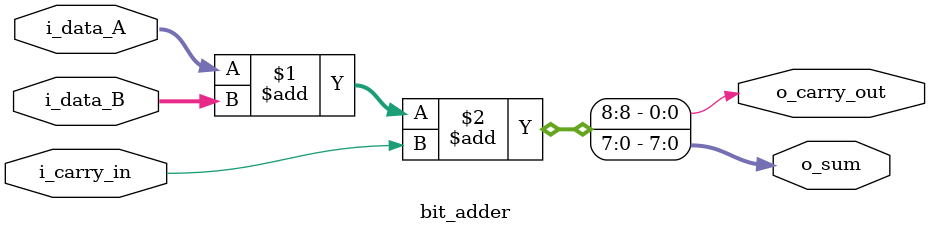
<source format=v>
module bit_adder #(
  parameter                       DATA_WIDTH = 8
)(
  input [DATA_WIDTH-1:0]          i_data_A,
  input [DATA_WIDTH-1:0]          i_data_B,
  input                           i_carry_in,
  output [DATA_WIDTH-1:0]         o_sum,
  output                          o_carry_out
);

  assign  {o_carry_out, o_sum} = i_data_A + i_data_B + i_carry_in;

endmodule
</source>
